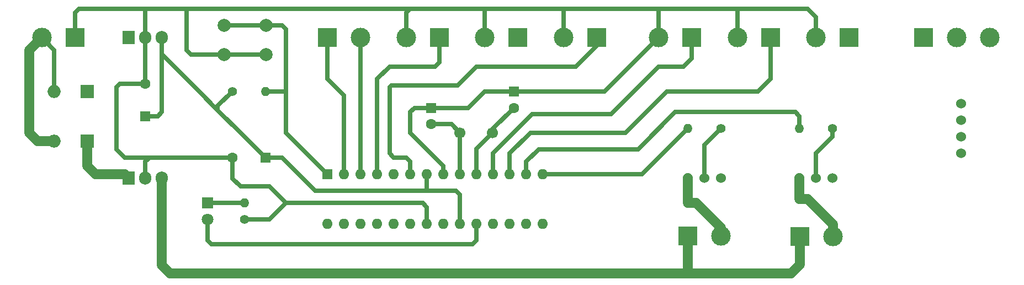
<source format=gbr>
%TF.GenerationSoftware,KiCad,Pcbnew,5.99.0+really5.1.10+dfsg1-1*%
%TF.CreationDate,2022-04-08T20:52:09+02:00*%
%TF.ProjectId,board,626f6172-642e-46b6-9963-61645f706362,rev?*%
%TF.SameCoordinates,Original*%
%TF.FileFunction,Copper,L1,Top*%
%TF.FilePolarity,Positive*%
%FSLAX46Y46*%
G04 Gerber Fmt 4.6, Leading zero omitted, Abs format (unit mm)*
G04 Created by KiCad (PCBNEW 5.99.0+really5.1.10+dfsg1-1) date 2022-04-08 20:52:09*
%MOMM*%
%LPD*%
G01*
G04 APERTURE LIST*
%TA.AperFunction,ComponentPad*%
%ADD10C,1.524000*%
%TD*%
%TA.AperFunction,ComponentPad*%
%ADD11C,1.600000*%
%TD*%
%TA.AperFunction,ComponentPad*%
%ADD12R,1.600000X1.600000*%
%TD*%
%TA.AperFunction,ComponentPad*%
%ADD13C,3.000000*%
%TD*%
%TA.AperFunction,ComponentPad*%
%ADD14R,3.000000X3.000000*%
%TD*%
%TA.AperFunction,ComponentPad*%
%ADD15O,2.000000X2.000000*%
%TD*%
%TA.AperFunction,ComponentPad*%
%ADD16R,2.000000X2.000000*%
%TD*%
%TA.AperFunction,ComponentPad*%
%ADD17O,1.905000X2.000000*%
%TD*%
%TA.AperFunction,ComponentPad*%
%ADD18R,1.905000X2.000000*%
%TD*%
%TA.AperFunction,ComponentPad*%
%ADD19C,1.700000*%
%TD*%
%TA.AperFunction,ComponentPad*%
%ADD20C,2.000000*%
%TD*%
%TA.AperFunction,ComponentPad*%
%ADD21O,1.400000X1.400000*%
%TD*%
%TA.AperFunction,ComponentPad*%
%ADD22C,1.400000*%
%TD*%
%TA.AperFunction,ComponentPad*%
%ADD23C,1.800000*%
%TD*%
%TA.AperFunction,ComponentPad*%
%ADD24R,1.800000X1.800000*%
%TD*%
%TA.AperFunction,ComponentPad*%
%ADD25O,1.600000X1.600000*%
%TD*%
%TA.AperFunction,Conductor*%
%ADD26C,0.700000*%
%TD*%
%TA.AperFunction,Conductor*%
%ADD27C,1.500000*%
%TD*%
G04 APERTURE END LIST*
D10*
%TO.P,AT_OPENSW_Q1,3*%
%TO.N,GND*%
X165100000Y-66675000D03*
%TO.P,AT_OPENSW_Q1,2*%
%TO.N,Net-(AT_OPENSW_Q1-Pad2)*%
X162560000Y-66675000D03*
%TO.P,AT_OPENSW_Q1,1*%
%TO.N,Net-(AT_OPENSW_Q1-Pad1)*%
X160020000Y-66675000D03*
%TD*%
%TO.P,AT_CLOSESW_Q1,3*%
%TO.N,GND*%
X147955000Y-66675000D03*
%TO.P,AT_CLOSESW_Q1,2*%
%TO.N,Net-(AT_CLOSESW_Q1-Pad2)*%
X145415000Y-66675000D03*
%TO.P,AT_CLOSESW_Q1,1*%
%TO.N,Net-(AT_CLOSESW_Q1-Pad1)*%
X142875000Y-66675000D03*
%TD*%
D11*
%TO.P,AT_XTAL_C2,2*%
%TO.N,Net-(AT_328P1-Pad9)*%
X103505000Y-58380000D03*
D12*
%TO.P,AT_XTAL_C2,1*%
%TO.N,GND*%
X103505000Y-55880000D03*
%TD*%
D11*
%TO.P,AT_XTAL_C1,2*%
%TO.N,Net-(AT_328P1-Pad10)*%
X116205000Y-55880000D03*
D12*
%TO.P,AT_XTAL_C1,1*%
%TO.N,GND*%
X116205000Y-53380000D03*
%TD*%
D13*
%TO.P,AT_OPEN_LIMIT1,2*%
%TO.N,GND*%
X138430000Y-45085000D03*
D14*
%TO.P,AT_OPEN_LIMIT1,1*%
%TO.N,AT_P5*%
X143510000Y-45085000D03*
%TD*%
D13*
%TO.P,AT_OPEN1,2*%
%TO.N,GND*%
X99695000Y-45085000D03*
D14*
%TO.P,AT_OPEN1,1*%
%TO.N,AT_P2*%
X104775000Y-45085000D03*
%TD*%
D13*
%TO.P,MV_SCREW1,2*%
%TO.N,Net-(MV_12V_D1-Pad2)*%
X43815000Y-45085000D03*
D14*
%TO.P,MV_SCREW1,1*%
%TO.N,GND*%
X48895000Y-45085000D03*
%TD*%
D15*
%TO.P,MV_5V_D1,2*%
%TO.N,Net-(MV_12V_D1-Pad2)*%
X45720000Y-53340000D03*
D16*
%TO.P,MV_5V_D1,1*%
%TO.N,Net-(MV_5V_7805-Pad1)*%
X50800000Y-53340000D03*
%TD*%
D11*
%TO.P,MV_5V_C1,2*%
%TO.N,GND*%
X59690000Y-52150000D03*
D12*
%TO.P,MV_5V_C1,1*%
%TO.N,V5*%
X59690000Y-57150000D03*
%TD*%
D17*
%TO.P,MV_5V_7805,3*%
%TO.N,V5*%
X62230000Y-45085000D03*
%TO.P,MV_5V_7805,2*%
%TO.N,GND*%
X59690000Y-45085000D03*
D18*
%TO.P,MV_5V_7805,1*%
%TO.N,Net-(MV_5V_7805-Pad1)*%
X57150000Y-45085000D03*
%TD*%
D15*
%TO.P,MV_12V_D1,2*%
%TO.N,Net-(MV_12V_D1-Pad2)*%
X45720000Y-60960000D03*
D16*
%TO.P,MV_12V_D1,1*%
%TO.N,Net-(MV_12V_7812-Pad1)*%
X50800000Y-60960000D03*
%TD*%
D17*
%TO.P,MV_12V_7812,3*%
%TO.N,V12*%
X62230000Y-66675000D03*
%TO.P,MV_12V_7812,2*%
%TO.N,GND*%
X59690000Y-66675000D03*
D18*
%TO.P,MV_12V_7812,1*%
%TO.N,Net-(MV_12V_7812-Pad1)*%
X57150000Y-66675000D03*
%TD*%
D19*
%TO.P,AT_XTAL1,2*%
%TO.N,Net-(AT_328P1-Pad10)*%
X112950000Y-59690000D03*
%TO.P,AT_XTAL1,1*%
%TO.N,Net-(AT_328P1-Pad9)*%
X107950000Y-59690000D03*
%TD*%
D11*
%TO.P,AT_V_C1,2*%
%TO.N,GND*%
X73105000Y-63500000D03*
D12*
%TO.P,AT_V_C1,1*%
%TO.N,V5*%
X78105000Y-63500000D03*
%TD*%
D13*
%TO.P,AT_UART_SCREW1,2*%
%TO.N,AT_TX*%
X92710000Y-45085000D03*
D14*
%TO.P,AT_UART_SCREW1,1*%
%TO.N,AT_RX*%
X87630000Y-45085000D03*
%TD*%
D13*
%TO.P,AT_STOP1,2*%
%TO.N,GND*%
X123825000Y-45085000D03*
D14*
%TO.P,AT_STOP1,1*%
%TO.N,AT_P4*%
X128905000Y-45085000D03*
%TD*%
D10*
%TO.P,AT_RF1,4*%
%TO.N,V5*%
X184785000Y-62865000D03*
%TO.P,AT_RF1,3*%
%TO.N,Net-(AT_RF1-Pad3)*%
X184785000Y-60325000D03*
%TO.P,AT_RF1,2*%
%TO.N,AT_P11*%
X184785000Y-57785000D03*
%TO.P,AT_RF1,1*%
%TO.N,GND*%
X184785000Y-55245000D03*
%TD*%
D20*
%TO.P,AT_RES_SW1,1*%
%TO.N,Net-(AT_328P1-Pad1)*%
X78255000Y-43180000D03*
%TO.P,AT_RES_SW1,2*%
%TO.N,GND*%
X78255000Y-47680000D03*
%TO.P,AT_RES_SW1,1*%
%TO.N,Net-(AT_328P1-Pad1)*%
X71755000Y-43180000D03*
%TO.P,AT_RES_SW1,2*%
%TO.N,GND*%
X71755000Y-47680000D03*
%TD*%
D21*
%TO.P,AT_RES_R1,2*%
%TO.N,Net-(AT_328P1-Pad1)*%
X78105000Y-53340000D03*
D22*
%TO.P,AT_RES_R1,1*%
%TO.N,V5*%
X73025000Y-53340000D03*
%TD*%
D21*
%TO.P,AT_R1,2*%
%TO.N,Net-(AT_LED1-Pad1)*%
X74930000Y-70485000D03*
D22*
%TO.P,AT_R1,1*%
%TO.N,GND*%
X74930000Y-73025000D03*
%TD*%
D13*
%TO.P,AT_OPENSW_SCREW1,2*%
%TO.N,Net-(AT_OPENSW_Q1-Pad1)*%
X165175000Y-75615000D03*
D14*
%TO.P,AT_OPENSW_SCREW1,1*%
%TO.N,V12*%
X160095000Y-75615000D03*
%TD*%
D21*
%TO.P,AT_OPENSW_R1,2*%
%TO.N,AT_P7*%
X160020000Y-59055000D03*
D22*
%TO.P,AT_OPENSW_R1,1*%
%TO.N,Net-(AT_OPENSW_Q1-Pad2)*%
X165100000Y-59055000D03*
%TD*%
D13*
%TO.P,AT_OBST_SCREW1,3*%
%TO.N,GND*%
X189230000Y-45085000D03*
%TO.P,AT_OBST_SCREW1,2*%
%TO.N,AT_PA0*%
X184150000Y-45085000D03*
D14*
%TO.P,AT_OBST_SCREW1,1*%
%TO.N,V5*%
X179070000Y-45085000D03*
%TD*%
D23*
%TO.P,AT_LED1,2*%
%TO.N,Net-(AT_328P1-Pad19)*%
X69215000Y-73025000D03*
D24*
%TO.P,AT_LED1,1*%
%TO.N,Net-(AT_LED1-Pad1)*%
X69215000Y-70485000D03*
%TD*%
D13*
%TO.P,AT_INDI_SCREW1,2*%
%TO.N,GND*%
X162560000Y-45085000D03*
D14*
%TO.P,AT_INDI_SCREW1,1*%
%TO.N,AT_P9*%
X167640000Y-45085000D03*
%TD*%
D13*
%TO.P,AT_CLOSESW_SCREW1,2*%
%TO.N,Net-(AT_CLOSESW_Q1-Pad1)*%
X147955000Y-75565000D03*
D14*
%TO.P,AT_CLOSESW_SCREW1,1*%
%TO.N,V12*%
X142875000Y-75565000D03*
%TD*%
D21*
%TO.P,AT_CLOSESW_R1,2*%
%TO.N,AT_P8*%
X142875000Y-59055000D03*
D22*
%TO.P,AT_CLOSESW_R1,1*%
%TO.N,Net-(AT_CLOSESW_Q1-Pad2)*%
X147955000Y-59055000D03*
%TD*%
D13*
%TO.P,AT_CLOSE_LIMIT1,2*%
%TO.N,GND*%
X150495000Y-45085000D03*
D14*
%TO.P,AT_CLOSE_LIMIT1,1*%
%TO.N,AT_P6*%
X155575000Y-45085000D03*
%TD*%
D13*
%TO.P,AT_CLOSE1,2*%
%TO.N,GND*%
X111760000Y-45085000D03*
D14*
%TO.P,AT_CLOSE1,1*%
%TO.N,AT_P12*%
X116840000Y-45085000D03*
%TD*%
D25*
%TO.P,AT_328P1,28*%
%TO.N,Net-(AT_328P1-Pad28)*%
X87630000Y-73660000D03*
%TO.P,AT_328P1,14*%
%TO.N,AT_P8*%
X120650000Y-66040000D03*
%TO.P,AT_328P1,27*%
%TO.N,Net-(AT_328P1-Pad27)*%
X90170000Y-73660000D03*
%TO.P,AT_328P1,13*%
%TO.N,AT_P7*%
X118110000Y-66040000D03*
%TO.P,AT_328P1,26*%
%TO.N,Net-(AT_328P1-Pad26)*%
X92710000Y-73660000D03*
%TO.P,AT_328P1,12*%
%TO.N,AT_P6*%
X115570000Y-66040000D03*
%TO.P,AT_328P1,25*%
%TO.N,Net-(AT_328P1-Pad25)*%
X95250000Y-73660000D03*
%TO.P,AT_328P1,11*%
%TO.N,AT_P5*%
X113030000Y-66040000D03*
%TO.P,AT_328P1,24*%
%TO.N,Net-(AT_328P1-Pad24)*%
X97790000Y-73660000D03*
%TO.P,AT_328P1,10*%
%TO.N,Net-(AT_328P1-Pad10)*%
X110490000Y-66040000D03*
%TO.P,AT_328P1,23*%
%TO.N,AT_PA0*%
X100330000Y-73660000D03*
%TO.P,AT_328P1,9*%
%TO.N,Net-(AT_328P1-Pad9)*%
X107950000Y-66040000D03*
%TO.P,AT_328P1,22*%
%TO.N,GND*%
X102870000Y-73660000D03*
%TO.P,AT_328P1,8*%
X105410000Y-66040000D03*
%TO.P,AT_328P1,21*%
%TO.N,Net-(AT_328P1-Pad21)*%
X105410000Y-73660000D03*
%TO.P,AT_328P1,7*%
%TO.N,V5*%
X102870000Y-66040000D03*
%TO.P,AT_328P1,20*%
X107950000Y-73660000D03*
%TO.P,AT_328P1,6*%
%TO.N,AT_P4*%
X100330000Y-66040000D03*
%TO.P,AT_328P1,19*%
%TO.N,Net-(AT_328P1-Pad19)*%
X110490000Y-73660000D03*
%TO.P,AT_328P1,5*%
%TO.N,Net-(AT_328P1-Pad5)*%
X97790000Y-66040000D03*
%TO.P,AT_328P1,18*%
%TO.N,AT_P12*%
X113030000Y-73660000D03*
%TO.P,AT_328P1,4*%
%TO.N,AT_P2*%
X95250000Y-66040000D03*
%TO.P,AT_328P1,17*%
%TO.N,AT_P11*%
X115570000Y-73660000D03*
%TO.P,AT_328P1,3*%
%TO.N,AT_TX*%
X92710000Y-66040000D03*
%TO.P,AT_328P1,16*%
%TO.N,AT_P10*%
X118110000Y-73660000D03*
%TO.P,AT_328P1,2*%
%TO.N,AT_RX*%
X90170000Y-66040000D03*
%TO.P,AT_328P1,15*%
%TO.N,AT_P9*%
X120650000Y-73660000D03*
D12*
%TO.P,AT_328P1,1*%
%TO.N,Net-(AT_328P1-Pad1)*%
X87630000Y-66040000D03*
%TD*%
D26*
%TO.N,AT_P8*%
X135890000Y-66040000D02*
X137160000Y-64770000D01*
X137160000Y-64770000D02*
X142875000Y-59055000D01*
X120650000Y-66040000D02*
X135890000Y-66040000D01*
%TO.N,AT_P7*%
X120015000Y-62230000D02*
X135255000Y-62230000D01*
X135255000Y-62230000D02*
X140970000Y-56515000D01*
X140970000Y-56515000D02*
X159385000Y-56515000D01*
X160020000Y-57150000D02*
X160020000Y-59055000D01*
X118110000Y-64135000D02*
X120015000Y-62230000D01*
X159385000Y-56515000D02*
X160020000Y-57150000D01*
X118110000Y-66040000D02*
X118110000Y-64135000D01*
%TO.N,AT_P6*%
X155575000Y-50165000D02*
X155575000Y-45085000D01*
X139700000Y-53340000D02*
X153670000Y-53340000D01*
X133350000Y-59690000D02*
X139700000Y-53340000D01*
X155575000Y-51435000D02*
X155575000Y-50165000D01*
X118745000Y-59690000D02*
X133350000Y-59690000D01*
X115570000Y-62865000D02*
X118745000Y-59690000D01*
X153670000Y-53340000D02*
X155575000Y-51435000D01*
X115570000Y-66040000D02*
X115570000Y-62865000D01*
%TO.N,AT_P5*%
X131127500Y-56832500D02*
X138430000Y-49530000D01*
X119062500Y-56832500D02*
X131127500Y-56832500D01*
X113030000Y-62865000D02*
X119062500Y-56832500D01*
X113030000Y-66040000D02*
X113030000Y-62865000D01*
X142240000Y-49530000D02*
X143510000Y-48260000D01*
X143510000Y-48260000D02*
X143510000Y-45085000D01*
X138430000Y-49530000D02*
X142240000Y-49530000D01*
%TO.N,Net-(AT_328P1-Pad10)*%
X110490000Y-62150000D02*
X112950000Y-59690000D01*
X110490000Y-66040000D02*
X110490000Y-62150000D01*
X112950000Y-59135000D02*
X112950000Y-59690000D01*
X116205000Y-55880000D02*
X112950000Y-59135000D01*
%TO.N,Net-(AT_328P1-Pad9)*%
X107950000Y-59690000D02*
X107950000Y-66040000D01*
X103505000Y-58380000D02*
X106640000Y-58380000D01*
X106640000Y-58380000D02*
X107950000Y-59690000D01*
%TO.N,GND*%
X71755000Y-47680000D02*
X78255000Y-47680000D01*
X103505000Y-55880000D02*
X109220000Y-55880000D01*
X111720000Y-53380000D02*
X116205000Y-53380000D01*
X109220000Y-55880000D02*
X111720000Y-53380000D01*
X105410000Y-64770000D02*
X105410000Y-66040000D01*
X100330000Y-59690000D02*
X105410000Y-64770000D01*
X100330000Y-56515000D02*
X100330000Y-59690000D01*
X100965000Y-55880000D02*
X100330000Y-56515000D01*
X103505000Y-55880000D02*
X100965000Y-55880000D01*
X59690000Y-64135000D02*
X60325000Y-63500000D01*
X59690000Y-66675000D02*
X59690000Y-64135000D01*
X59690000Y-45085000D02*
X59690000Y-52150000D01*
X99695000Y-41275000D02*
X100330000Y-40640000D01*
X99695000Y-45085000D02*
X99695000Y-41275000D01*
X111760000Y-45085000D02*
X111760000Y-40640000D01*
X100330000Y-40640000D02*
X111760000Y-40640000D01*
X123825000Y-45085000D02*
X123825000Y-40640000D01*
X111760000Y-40640000D02*
X123825000Y-40640000D01*
X138430000Y-45085000D02*
X138430000Y-41275000D01*
X123825000Y-40640000D02*
X137795000Y-40640000D01*
X150495000Y-45085000D02*
X150495000Y-40640000D01*
X102870000Y-71120000D02*
X102870000Y-73660000D01*
X81280000Y-70485000D02*
X102235000Y-70485000D01*
X78740000Y-73025000D02*
X81280000Y-70485000D01*
X102235000Y-70485000D02*
X102870000Y-71120000D01*
X74930000Y-73025000D02*
X78740000Y-73025000D01*
X62865000Y-63500000D02*
X73105000Y-63500000D01*
X60325000Y-63500000D02*
X62865000Y-63500000D01*
X69850000Y-40640000D02*
X100330000Y-40640000D01*
X51435000Y-40640000D02*
X49530000Y-40640000D01*
X49530000Y-40640000D02*
X48895000Y-41275000D01*
X48895000Y-41275000D02*
X48895000Y-45085000D01*
X59690000Y-45085000D02*
X59690000Y-40640000D01*
X51435000Y-40640000D02*
X59690000Y-40640000D01*
X66040000Y-40640000D02*
X69850000Y-40640000D01*
X59690000Y-40640000D02*
X66040000Y-40640000D01*
X138430000Y-41275000D02*
X138430000Y-40640000D01*
X138430000Y-40640000D02*
X150495000Y-40640000D01*
X137795000Y-40640000D02*
X138430000Y-40640000D01*
X57705000Y-52150000D02*
X59690000Y-52150000D01*
X55245000Y-62230000D02*
X55245000Y-52705000D01*
X55800000Y-52150000D02*
X57705000Y-52150000D01*
X56515000Y-63500000D02*
X55245000Y-62230000D01*
X55245000Y-52705000D02*
X55800000Y-52150000D01*
X62865000Y-63500000D02*
X56515000Y-63500000D01*
X66730000Y-47680000D02*
X71755000Y-47680000D01*
X66040000Y-46990000D02*
X66730000Y-47680000D01*
X66040000Y-40640000D02*
X66040000Y-46990000D01*
X74295000Y-67945000D02*
X78740000Y-67945000D01*
X73105000Y-66755000D02*
X74295000Y-67945000D01*
X78740000Y-67945000D02*
X81280000Y-70485000D01*
X73105000Y-63500000D02*
X73105000Y-66755000D01*
X161290000Y-40640000D02*
X162560000Y-41910000D01*
X162560000Y-45085000D02*
X162560000Y-41910000D01*
X150495000Y-40640000D02*
X161290000Y-40640000D01*
X130135000Y-53380000D02*
X138430000Y-45085000D01*
X116205000Y-53380000D02*
X130135000Y-53380000D01*
%TO.N,V5*%
X102870000Y-66040000D02*
X102870000Y-68580000D01*
X78105000Y-63500000D02*
X80645000Y-63500000D01*
X80645000Y-63500000D02*
X85725000Y-68580000D01*
X85725000Y-68580000D02*
X102870000Y-68580000D01*
X59690000Y-57150000D02*
X61595000Y-57150000D01*
X61595000Y-57150000D02*
X62230000Y-56515000D01*
X62230000Y-56515000D02*
X62230000Y-54610000D01*
X62230000Y-54610000D02*
X62230000Y-45085000D01*
X62230000Y-45085000D02*
X62230000Y-47625000D01*
X62230000Y-47625000D02*
X67945000Y-53340000D01*
X107950000Y-71755000D02*
X107950000Y-73660000D01*
X107950000Y-69215000D02*
X107950000Y-71755000D01*
X107315000Y-68580000D02*
X107950000Y-69215000D01*
X102870000Y-68580000D02*
X107315000Y-68580000D01*
X70802500Y-55562500D02*
X70802500Y-56197500D01*
X73025000Y-53340000D02*
X70802500Y-55562500D01*
X70802500Y-56197500D02*
X74295000Y-59690000D01*
X67945000Y-53340000D02*
X70802500Y-56197500D01*
X74295000Y-59690000D02*
X78105000Y-63500000D01*
%TO.N,AT_P4*%
X128905000Y-46355000D02*
X128905000Y-45085000D01*
X125730000Y-49530000D02*
X128905000Y-46355000D01*
X97472500Y-52387500D02*
X107632500Y-52387500D01*
X110490000Y-49530000D02*
X125730000Y-49530000D01*
X107632500Y-52387500D02*
X110490000Y-49530000D01*
X97155000Y-52705000D02*
X97472500Y-52387500D01*
X97155000Y-62865000D02*
X97155000Y-52705000D01*
X97790000Y-63500000D02*
X97155000Y-62865000D01*
X99695000Y-63500000D02*
X97790000Y-63500000D01*
X100330000Y-64135000D02*
X99695000Y-63500000D01*
X100330000Y-66040000D02*
X100330000Y-64135000D01*
%TO.N,Net-(AT_328P1-Pad19)*%
X110490000Y-76200000D02*
X110490000Y-73660000D01*
X109855000Y-76835000D02*
X110490000Y-76200000D01*
X69215000Y-76200000D02*
X69850000Y-76835000D01*
X69850000Y-76835000D02*
X109855000Y-76835000D01*
X69215000Y-73025000D02*
X69215000Y-76200000D01*
%TO.N,AT_P2*%
X95250000Y-62865000D02*
X95250000Y-66040000D01*
X104775000Y-45085000D02*
X104775000Y-48895000D01*
X104775000Y-48895000D02*
X104140000Y-49530000D01*
X97155000Y-49530000D02*
X95250000Y-51435000D01*
X104140000Y-49530000D02*
X97155000Y-49530000D01*
X95250000Y-51435000D02*
X95250000Y-62865000D01*
%TO.N,AT_TX*%
X92710000Y-45085000D02*
X92710000Y-59055000D01*
X92710000Y-59055000D02*
X92710000Y-66040000D01*
%TO.N,AT_RX*%
X90170000Y-53975000D02*
X90170000Y-60325000D01*
X87630000Y-51435000D02*
X90170000Y-53975000D01*
X90170000Y-60325000D02*
X90170000Y-66040000D01*
X87630000Y-45085000D02*
X87630000Y-51435000D01*
%TO.N,Net-(AT_328P1-Pad1)*%
X71755000Y-43180000D02*
X78255000Y-43180000D01*
X78255000Y-43180000D02*
X80645000Y-43180000D01*
X80645000Y-43180000D02*
X81280000Y-43815000D01*
X81280000Y-43815000D02*
X81280000Y-53340000D01*
X78105000Y-53340000D02*
X81280000Y-53340000D01*
X81280000Y-59690000D02*
X87630000Y-66040000D01*
X81280000Y-53340000D02*
X81280000Y-59690000D01*
D27*
%TO.N,Net-(AT_CLOSESW_Q1-Pad1)*%
X147955000Y-75565000D02*
X147955000Y-74295000D01*
X144145000Y-70485000D02*
X142875000Y-70485000D01*
X147955000Y-74295000D02*
X144145000Y-70485000D01*
X142875000Y-66675000D02*
X142875000Y-70485000D01*
D26*
%TO.N,Net-(AT_CLOSESW_Q1-Pad2)*%
X145415000Y-61595000D02*
X145415000Y-66675000D01*
X147955000Y-59055000D02*
X145415000Y-61595000D01*
D27*
%TO.N,V12*%
X62230000Y-66675000D02*
X62230000Y-77470000D01*
X63500000Y-81280000D02*
X143510000Y-81280000D01*
X62230000Y-77470000D02*
X62230000Y-80010000D01*
X62230000Y-80010000D02*
X63500000Y-81280000D01*
X158750000Y-81280000D02*
X160095000Y-79935000D01*
X143510000Y-81280000D02*
X158750000Y-81280000D01*
X160095000Y-79935000D02*
X160095000Y-75615000D01*
D26*
X142875000Y-80645000D02*
X143510000Y-81280000D01*
D27*
X142875000Y-75565000D02*
X142875000Y-80645000D01*
D26*
%TO.N,Net-(AT_LED1-Pad1)*%
X74930000Y-70485000D02*
X69215000Y-70485000D01*
D27*
%TO.N,Net-(AT_OPENSW_Q1-Pad1)*%
X165175000Y-73735000D02*
X165175000Y-75615000D01*
X161290000Y-69850000D02*
X165175000Y-73735000D01*
X160020000Y-69850000D02*
X161290000Y-69850000D01*
X160020000Y-66675000D02*
X160020000Y-69850000D01*
D26*
%TO.N,Net-(AT_OPENSW_Q1-Pad2)*%
X165100000Y-60325000D02*
X162560000Y-62865000D01*
X165100000Y-59055000D02*
X165100000Y-60325000D01*
X162560000Y-62865000D02*
X162560000Y-66675000D01*
D27*
%TO.N,Net-(MV_12V_7812-Pad1)*%
X56515000Y-66040000D02*
X57150000Y-66675000D01*
X50800000Y-60960000D02*
X50800000Y-64770000D01*
X52070000Y-66040000D02*
X56515000Y-66040000D01*
X50800000Y-64770000D02*
X52070000Y-66040000D01*
D26*
%TO.N,Net-(MV_12V_D1-Pad2)*%
X43815000Y-45085000D02*
X45720000Y-46990000D01*
X45720000Y-46990000D02*
X45720000Y-53340000D01*
D27*
X43815000Y-45085000D02*
X41910000Y-46990000D01*
X43180000Y-60960000D02*
X45720000Y-60960000D01*
X41910000Y-59690000D02*
X43180000Y-60960000D01*
X41910000Y-46990000D02*
X41910000Y-59690000D01*
%TD*%
M02*

</source>
